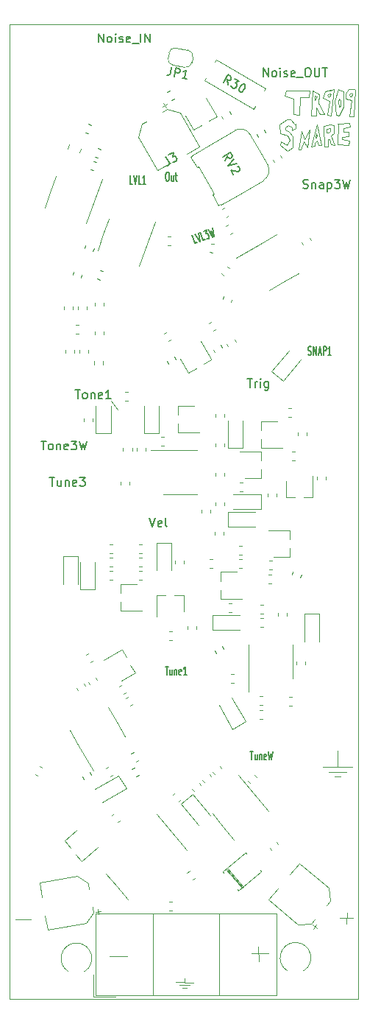
<source format=gbr>
G04 #@! TF.GenerationSoftware,KiCad,Pcbnew,(5.1.2-1)-1*
G04 #@! TF.CreationDate,2022-08-10T14:13:14-04:00*
G04 #@! TF.ProjectId,TR909 Snare Drum,54523930-3920-4536-9e61-726520447275,rev?*
G04 #@! TF.SameCoordinates,Original*
G04 #@! TF.FileFunction,Legend,Top*
G04 #@! TF.FilePolarity,Positive*
%FSLAX46Y46*%
G04 Gerber Fmt 4.6, Leading zero omitted, Abs format (unit mm)*
G04 Created by KiCad (PCBNEW (5.1.2-1)-1) date 2022-08-10 14:13:14*
%MOMM*%
%LPD*%
G04 APERTURE LIST*
%ADD10C,0.120000*%
%ADD11C,0.150000*%
G04 APERTURE END LIST*
D10*
X60010000Y-26550000D02*
X58640000Y-26620000D01*
X60050000Y-26990000D02*
X60010000Y-26550000D01*
X59260000Y-27180000D02*
X60050000Y-26990000D01*
X59260000Y-27550000D02*
X59260000Y-27180000D01*
X59880000Y-27550000D02*
X59260000Y-27550000D01*
X59860000Y-28120000D02*
X59880000Y-27550000D01*
X59130000Y-28150000D02*
X59860000Y-28120000D01*
X59130000Y-28470000D02*
X59130000Y-28150000D01*
X59960000Y-28630000D02*
X59130000Y-28470000D01*
X59890000Y-29080000D02*
X59960000Y-28630000D01*
X58650000Y-29020000D02*
X59890000Y-29080000D01*
X58670000Y-26640000D02*
X58650000Y-29020000D01*
X57770000Y-27150000D02*
X57390000Y-27210000D01*
X57770000Y-27470000D02*
X57770000Y-27150000D01*
X57620000Y-27670000D02*
X57770000Y-27470000D01*
X57380000Y-27690000D02*
X57620000Y-27670000D01*
X57380000Y-27230000D02*
X57380000Y-27690000D01*
X57750000Y-26770000D02*
X57020000Y-26930000D01*
X58190000Y-26790000D02*
X57750000Y-26770000D01*
X58160000Y-27790000D02*
X58190000Y-26790000D01*
X57850000Y-28010000D02*
X58160000Y-27790000D01*
X58300000Y-29080000D02*
X57850000Y-28010000D01*
X57900000Y-29050000D02*
X58300000Y-29080000D01*
X57680000Y-28400000D02*
X57900000Y-29050000D01*
X57530000Y-28400000D02*
X57680000Y-28400000D01*
X57530000Y-29240000D02*
X57530000Y-28400000D01*
X57090000Y-29240000D02*
X57530000Y-29240000D01*
X57000000Y-26940000D02*
X57090000Y-29240000D01*
X56290000Y-28030000D02*
X56190000Y-28300000D01*
X56190000Y-27780000D02*
X56290000Y-28030000D01*
X56100000Y-28300000D02*
X56190000Y-27780000D01*
X55980000Y-29190000D02*
X55540000Y-29320000D01*
X55980000Y-28860000D02*
X55980000Y-29190000D01*
X56270000Y-28590000D02*
X55980000Y-28860000D01*
X56460000Y-29150000D02*
X56270000Y-28590000D01*
X56800000Y-29150000D02*
X56460000Y-29150000D01*
X56240000Y-26710000D02*
X56800000Y-29150000D01*
X55540000Y-29310000D02*
X56240000Y-26710000D01*
X54370000Y-29590000D02*
X54110000Y-29590000D01*
X54690000Y-28710000D02*
X54370000Y-29590000D01*
X55130000Y-29370000D02*
X54690000Y-28710000D01*
X55390000Y-27330000D02*
X55130000Y-29370000D01*
X54850000Y-28400000D02*
X55390000Y-27330000D01*
X54450000Y-27540000D02*
X54850000Y-28400000D01*
X54130000Y-29590000D02*
X54450000Y-27540000D01*
X53830000Y-27130000D02*
X53760000Y-26690000D01*
X53400000Y-27450000D02*
X53830000Y-27130000D01*
X53370000Y-27060000D02*
X53400000Y-27450000D01*
X52910000Y-26860000D02*
X53370000Y-27060000D01*
X52650000Y-27110000D02*
X52910000Y-26860000D01*
X52650000Y-27370000D02*
X52650000Y-27110000D01*
X53060000Y-27570000D02*
X52650000Y-27370000D01*
X53490000Y-28100000D02*
X53060000Y-27570000D01*
X53470000Y-29340000D02*
X53490000Y-28100000D01*
X52860000Y-29830000D02*
X53470000Y-29340000D01*
X52020000Y-29150000D02*
X52860000Y-29830000D01*
X52140000Y-28660000D02*
X52020000Y-29150000D01*
X52750000Y-29140000D02*
X52140000Y-28660000D01*
X53110000Y-28490000D02*
X52750000Y-29140000D01*
X52870000Y-28030000D02*
X53110000Y-28490000D01*
X52020000Y-27740000D02*
X52870000Y-28030000D01*
X51910000Y-26770000D02*
X52020000Y-27740000D01*
X52740000Y-26140000D02*
X51910000Y-26770000D01*
X53230000Y-26140000D02*
X52740000Y-26140000D01*
X53740000Y-26740000D02*
X53230000Y-26140000D01*
X58950000Y-23940000D02*
X58810000Y-23770000D01*
X59000000Y-24620000D02*
X58950000Y-23940000D01*
X58800000Y-24740000D02*
X59000000Y-24620000D01*
X58680000Y-24110000D02*
X58800000Y-24740000D01*
X58780000Y-23750000D02*
X58680000Y-24110000D01*
X57860000Y-23260000D02*
X57690000Y-23170000D01*
X57640000Y-23610000D02*
X57860000Y-23260000D01*
X57440000Y-23330000D02*
X57640000Y-23610000D01*
X57670000Y-23160000D02*
X57440000Y-23330000D01*
X60310000Y-23170000D02*
X60210000Y-23120000D01*
X60190000Y-23560000D02*
X60310000Y-23170000D01*
X60040000Y-23560000D02*
X60190000Y-23560000D01*
X59970000Y-23240000D02*
X60040000Y-23560000D01*
X60190000Y-23070000D02*
X59970000Y-23240000D01*
X60510000Y-25840000D02*
X60650000Y-22750000D01*
X59950000Y-25840000D02*
X60510000Y-25840000D01*
X60260000Y-23950000D02*
X59950000Y-25840000D01*
X59580000Y-23780000D02*
X60260000Y-23950000D01*
X59560000Y-23170000D02*
X59580000Y-23780000D01*
X59930000Y-22700000D02*
X59560000Y-23170000D01*
X60560000Y-22700000D02*
X59930000Y-22700000D01*
X59310000Y-22930000D02*
X58780000Y-22730000D01*
X59310000Y-24740000D02*
X59310000Y-22930000D01*
X58830000Y-25700000D02*
X59310000Y-24740000D01*
X58470000Y-25670000D02*
X58830000Y-25700000D01*
X58320000Y-24040000D02*
X58470000Y-25670000D01*
X58710000Y-22660000D02*
X58320000Y-24040000D01*
X58200000Y-22650000D02*
X57810000Y-22820000D01*
X57880000Y-25690000D02*
X58200000Y-22650000D01*
X57470000Y-25640000D02*
X57880000Y-25690000D01*
X57710000Y-24010000D02*
X57470000Y-25640000D01*
X56910000Y-23700000D02*
X57710000Y-24010000D01*
X57220000Y-22970000D02*
X56910000Y-23700000D01*
X57830000Y-22800000D02*
X57220000Y-22970000D01*
X56040000Y-23430000D02*
X56030000Y-23510000D01*
X56250000Y-23560000D02*
X56040000Y-23430000D01*
X56040000Y-23950000D02*
X56250000Y-23560000D01*
X56040000Y-23530000D02*
X56040000Y-23950000D01*
X56200000Y-25740000D02*
X55630000Y-25700000D01*
X56200000Y-24770000D02*
X56200000Y-25740000D01*
X56590000Y-25520000D02*
X56200000Y-24770000D01*
X57110000Y-25520000D02*
X56590000Y-25520000D01*
X56400000Y-24290000D02*
X57110000Y-25520000D01*
X56540000Y-23290000D02*
X56400000Y-24290000D01*
X55750000Y-22880000D02*
X56540000Y-23290000D01*
X55570000Y-25700000D02*
X55750000Y-22880000D01*
X52510000Y-23480000D02*
X52690000Y-22870000D01*
X53560000Y-23770000D02*
X52510000Y-23480000D01*
X53560000Y-25550000D02*
X53560000Y-23770000D01*
X54260000Y-25600000D02*
X53560000Y-25550000D01*
X54270000Y-23630000D02*
X54260000Y-25600000D01*
X55290000Y-23630000D02*
X54270000Y-23630000D01*
X55400000Y-22850000D02*
X55290000Y-23630000D01*
X52780000Y-22850000D02*
X55400000Y-22850000D01*
D11*
X48555714Y-98762380D02*
X48898571Y-98762380D01*
X48727142Y-99762380D02*
X48727142Y-98762380D01*
X49355714Y-99095714D02*
X49355714Y-99762380D01*
X49098571Y-99095714D02*
X49098571Y-99619523D01*
X49127142Y-99714761D01*
X49184285Y-99762380D01*
X49270000Y-99762380D01*
X49327142Y-99714761D01*
X49355714Y-99667142D01*
X49641428Y-99095714D02*
X49641428Y-99762380D01*
X49641428Y-99190952D02*
X49670000Y-99143333D01*
X49727142Y-99095714D01*
X49812857Y-99095714D01*
X49870000Y-99143333D01*
X49898571Y-99238571D01*
X49898571Y-99762380D01*
X50412857Y-99714761D02*
X50355714Y-99762380D01*
X50241428Y-99762380D01*
X50184285Y-99714761D01*
X50155714Y-99619523D01*
X50155714Y-99238571D01*
X50184285Y-99143333D01*
X50241428Y-99095714D01*
X50355714Y-99095714D01*
X50412857Y-99143333D01*
X50441428Y-99238571D01*
X50441428Y-99333809D01*
X50155714Y-99429047D01*
X50641428Y-98762380D02*
X50784285Y-99762380D01*
X50898571Y-99048095D01*
X51012857Y-99762380D01*
X51155714Y-98762380D01*
X38772857Y-89022380D02*
X39115714Y-89022380D01*
X38944285Y-90022380D02*
X38944285Y-89022380D01*
X39572857Y-89355714D02*
X39572857Y-90022380D01*
X39315714Y-89355714D02*
X39315714Y-89879523D01*
X39344285Y-89974761D01*
X39401428Y-90022380D01*
X39487142Y-90022380D01*
X39544285Y-89974761D01*
X39572857Y-89927142D01*
X39858571Y-89355714D02*
X39858571Y-90022380D01*
X39858571Y-89450952D02*
X39887142Y-89403333D01*
X39944285Y-89355714D01*
X40030000Y-89355714D01*
X40087142Y-89403333D01*
X40115714Y-89498571D01*
X40115714Y-90022380D01*
X40630000Y-89974761D02*
X40572857Y-90022380D01*
X40458571Y-90022380D01*
X40401428Y-89974761D01*
X40372857Y-89879523D01*
X40372857Y-89498571D01*
X40401428Y-89403333D01*
X40458571Y-89355714D01*
X40572857Y-89355714D01*
X40630000Y-89403333D01*
X40658571Y-89498571D01*
X40658571Y-89593809D01*
X40372857Y-89689047D01*
X41230000Y-90022380D02*
X40887142Y-90022380D01*
X41058571Y-90022380D02*
X41058571Y-89022380D01*
X41001428Y-89165238D01*
X40944285Y-89260476D01*
X40887142Y-89308095D01*
X36976190Y-71962380D02*
X37309523Y-72962380D01*
X37642857Y-71962380D01*
X38357142Y-72914761D02*
X38261904Y-72962380D01*
X38071428Y-72962380D01*
X37976190Y-72914761D01*
X37928571Y-72819523D01*
X37928571Y-72438571D01*
X37976190Y-72343333D01*
X38071428Y-72295714D01*
X38261904Y-72295714D01*
X38357142Y-72343333D01*
X38404761Y-72438571D01*
X38404761Y-72533809D01*
X37928571Y-72629047D01*
X38976190Y-72962380D02*
X38880952Y-72914761D01*
X38833333Y-72819523D01*
X38833333Y-71962380D01*
D10*
X32580000Y-58530000D02*
X33290000Y-59480000D01*
D11*
X28414761Y-57242380D02*
X28986190Y-57242380D01*
X28700476Y-58242380D02*
X28700476Y-57242380D01*
X29462380Y-58242380D02*
X29367142Y-58194761D01*
X29319523Y-58147142D01*
X29271904Y-58051904D01*
X29271904Y-57766190D01*
X29319523Y-57670952D01*
X29367142Y-57623333D01*
X29462380Y-57575714D01*
X29605238Y-57575714D01*
X29700476Y-57623333D01*
X29748095Y-57670952D01*
X29795714Y-57766190D01*
X29795714Y-58051904D01*
X29748095Y-58147142D01*
X29700476Y-58194761D01*
X29605238Y-58242380D01*
X29462380Y-58242380D01*
X30224285Y-57575714D02*
X30224285Y-58242380D01*
X30224285Y-57670952D02*
X30271904Y-57623333D01*
X30367142Y-57575714D01*
X30510000Y-57575714D01*
X30605238Y-57623333D01*
X30652857Y-57718571D01*
X30652857Y-58242380D01*
X31510000Y-58194761D02*
X31414761Y-58242380D01*
X31224285Y-58242380D01*
X31129047Y-58194761D01*
X31081428Y-58099523D01*
X31081428Y-57718571D01*
X31129047Y-57623333D01*
X31224285Y-57575714D01*
X31414761Y-57575714D01*
X31510000Y-57623333D01*
X31557619Y-57718571D01*
X31557619Y-57813809D01*
X31081428Y-57909047D01*
X32510000Y-58242380D02*
X31938571Y-58242380D01*
X32224285Y-58242380D02*
X32224285Y-57242380D01*
X32129047Y-57385238D01*
X32033809Y-57480476D01*
X31938571Y-57528095D01*
X25454761Y-67292380D02*
X26026190Y-67292380D01*
X25740476Y-68292380D02*
X25740476Y-67292380D01*
X26788095Y-67625714D02*
X26788095Y-68292380D01*
X26359523Y-67625714D02*
X26359523Y-68149523D01*
X26407142Y-68244761D01*
X26502380Y-68292380D01*
X26645238Y-68292380D01*
X26740476Y-68244761D01*
X26788095Y-68197142D01*
X27264285Y-67625714D02*
X27264285Y-68292380D01*
X27264285Y-67720952D02*
X27311904Y-67673333D01*
X27407142Y-67625714D01*
X27550000Y-67625714D01*
X27645238Y-67673333D01*
X27692857Y-67768571D01*
X27692857Y-68292380D01*
X28550000Y-68244761D02*
X28454761Y-68292380D01*
X28264285Y-68292380D01*
X28169047Y-68244761D01*
X28121428Y-68149523D01*
X28121428Y-67768571D01*
X28169047Y-67673333D01*
X28264285Y-67625714D01*
X28454761Y-67625714D01*
X28550000Y-67673333D01*
X28597619Y-67768571D01*
X28597619Y-67863809D01*
X28121428Y-67959047D01*
X28930952Y-67292380D02*
X29550000Y-67292380D01*
X29216666Y-67673333D01*
X29359523Y-67673333D01*
X29454761Y-67720952D01*
X29502380Y-67768571D01*
X29550000Y-67863809D01*
X29550000Y-68101904D01*
X29502380Y-68197142D01*
X29454761Y-68244761D01*
X29359523Y-68292380D01*
X29073809Y-68292380D01*
X28978571Y-68244761D01*
X28930952Y-68197142D01*
X24483333Y-63112380D02*
X25054761Y-63112380D01*
X24769047Y-64112380D02*
X24769047Y-63112380D01*
X25530952Y-64112380D02*
X25435714Y-64064761D01*
X25388095Y-64017142D01*
X25340476Y-63921904D01*
X25340476Y-63636190D01*
X25388095Y-63540952D01*
X25435714Y-63493333D01*
X25530952Y-63445714D01*
X25673809Y-63445714D01*
X25769047Y-63493333D01*
X25816666Y-63540952D01*
X25864285Y-63636190D01*
X25864285Y-63921904D01*
X25816666Y-64017142D01*
X25769047Y-64064761D01*
X25673809Y-64112380D01*
X25530952Y-64112380D01*
X26292857Y-63445714D02*
X26292857Y-64112380D01*
X26292857Y-63540952D02*
X26340476Y-63493333D01*
X26435714Y-63445714D01*
X26578571Y-63445714D01*
X26673809Y-63493333D01*
X26721428Y-63588571D01*
X26721428Y-64112380D01*
X27578571Y-64064761D02*
X27483333Y-64112380D01*
X27292857Y-64112380D01*
X27197619Y-64064761D01*
X27150000Y-63969523D01*
X27150000Y-63588571D01*
X27197619Y-63493333D01*
X27292857Y-63445714D01*
X27483333Y-63445714D01*
X27578571Y-63493333D01*
X27626190Y-63588571D01*
X27626190Y-63683809D01*
X27150000Y-63779047D01*
X27959523Y-63112380D02*
X28578571Y-63112380D01*
X28245238Y-63493333D01*
X28388095Y-63493333D01*
X28483333Y-63540952D01*
X28530952Y-63588571D01*
X28578571Y-63683809D01*
X28578571Y-63921904D01*
X28530952Y-64017142D01*
X28483333Y-64064761D01*
X28388095Y-64112380D01*
X28102380Y-64112380D01*
X28007142Y-64064761D01*
X27959523Y-64017142D01*
X28911904Y-63112380D02*
X29150000Y-64112380D01*
X29340476Y-63398095D01*
X29530952Y-64112380D01*
X29769047Y-63112380D01*
X48224285Y-55942380D02*
X48795714Y-55942380D01*
X48510000Y-56942380D02*
X48510000Y-55942380D01*
X49129047Y-56942380D02*
X49129047Y-56275714D01*
X49129047Y-56466190D02*
X49176666Y-56370952D01*
X49224285Y-56323333D01*
X49319523Y-56275714D01*
X49414761Y-56275714D01*
X49748095Y-56942380D02*
X49748095Y-56275714D01*
X49748095Y-55942380D02*
X49700476Y-55990000D01*
X49748095Y-56037619D01*
X49795714Y-55990000D01*
X49748095Y-55942380D01*
X49748095Y-56037619D01*
X50652857Y-56275714D02*
X50652857Y-57085238D01*
X50605238Y-57180476D01*
X50557619Y-57228095D01*
X50462380Y-57275714D01*
X50319523Y-57275714D01*
X50224285Y-57228095D01*
X50652857Y-56894761D02*
X50557619Y-56942380D01*
X50367142Y-56942380D01*
X50271904Y-56894761D01*
X50224285Y-56847142D01*
X50176666Y-56751904D01*
X50176666Y-56466190D01*
X50224285Y-56370952D01*
X50271904Y-56323333D01*
X50367142Y-56275714D01*
X50557619Y-56275714D01*
X50652857Y-56323333D01*
X55241428Y-53184761D02*
X55327142Y-53232380D01*
X55470000Y-53232380D01*
X55527142Y-53184761D01*
X55555714Y-53137142D01*
X55584285Y-53041904D01*
X55584285Y-52946666D01*
X55555714Y-52851428D01*
X55527142Y-52803809D01*
X55470000Y-52756190D01*
X55355714Y-52708571D01*
X55298571Y-52660952D01*
X55270000Y-52613333D01*
X55241428Y-52518095D01*
X55241428Y-52422857D01*
X55270000Y-52327619D01*
X55298571Y-52280000D01*
X55355714Y-52232380D01*
X55498571Y-52232380D01*
X55584285Y-52280000D01*
X55841428Y-53232380D02*
X55841428Y-52232380D01*
X56184285Y-53232380D01*
X56184285Y-52232380D01*
X56441428Y-52946666D02*
X56727142Y-52946666D01*
X56384285Y-53232380D02*
X56584285Y-52232380D01*
X56784285Y-53232380D01*
X56984285Y-53232380D02*
X56984285Y-52232380D01*
X57212857Y-52232380D01*
X57270000Y-52280000D01*
X57298571Y-52327619D01*
X57327142Y-52422857D01*
X57327142Y-52565714D01*
X57298571Y-52660952D01*
X57270000Y-52708571D01*
X57212857Y-52756190D01*
X56984285Y-52756190D01*
X57898571Y-53232380D02*
X57555714Y-53232380D01*
X57727142Y-53232380D02*
X57727142Y-52232380D01*
X57670000Y-52375238D01*
X57612857Y-52470476D01*
X57555714Y-52518095D01*
X35020000Y-33572380D02*
X34734285Y-33572380D01*
X34734285Y-32572380D01*
X35134285Y-32572380D02*
X35334285Y-33572380D01*
X35534285Y-32572380D01*
X36020000Y-33572380D02*
X35734285Y-33572380D01*
X35734285Y-32572380D01*
X36534285Y-33572380D02*
X36191428Y-33572380D01*
X36362857Y-33572380D02*
X36362857Y-32572380D01*
X36305714Y-32715238D01*
X36248571Y-32810476D01*
X36191428Y-32858095D01*
X42468727Y-40307575D02*
X42200243Y-40405295D01*
X41858223Y-39465602D01*
X42234100Y-39328794D02*
X42764059Y-40200083D01*
X42609977Y-39191986D01*
X43408420Y-39965555D02*
X43139936Y-40063275D01*
X42797916Y-39123582D01*
X43200641Y-38977002D02*
X43549670Y-38849966D01*
X43492025Y-39276348D01*
X43572570Y-39247032D01*
X43642553Y-39272235D01*
X43685688Y-39307211D01*
X43745110Y-39386933D01*
X43826543Y-39610669D01*
X43832268Y-39709936D01*
X43821707Y-39764455D01*
X43784297Y-39828746D01*
X43623207Y-39887379D01*
X43553223Y-39862175D01*
X43510088Y-39827200D01*
X43737608Y-38781562D02*
X44213870Y-39672394D01*
X44076964Y-38962097D01*
X44428657Y-39594218D01*
X44220879Y-38605666D01*
X38970000Y-32222380D02*
X39084285Y-32222380D01*
X39141428Y-32270000D01*
X39198571Y-32365238D01*
X39227142Y-32555714D01*
X39227142Y-32889047D01*
X39198571Y-33079523D01*
X39141428Y-33174761D01*
X39084285Y-33222380D01*
X38970000Y-33222380D01*
X38912857Y-33174761D01*
X38855714Y-33079523D01*
X38827142Y-32889047D01*
X38827142Y-32555714D01*
X38855714Y-32365238D01*
X38912857Y-32270000D01*
X38970000Y-32222380D01*
X39741428Y-32555714D02*
X39741428Y-33222380D01*
X39484285Y-32555714D02*
X39484285Y-33079523D01*
X39512857Y-33174761D01*
X39570000Y-33222380D01*
X39655714Y-33222380D01*
X39712857Y-33174761D01*
X39741428Y-33127142D01*
X39941428Y-32555714D02*
X40170000Y-32555714D01*
X40027142Y-32222380D02*
X40027142Y-33079523D01*
X40055714Y-33174761D01*
X40112857Y-33222380D01*
X40170000Y-33222380D01*
X54659523Y-34034761D02*
X54802380Y-34082380D01*
X55040476Y-34082380D01*
X55135714Y-34034761D01*
X55183333Y-33987142D01*
X55230952Y-33891904D01*
X55230952Y-33796666D01*
X55183333Y-33701428D01*
X55135714Y-33653809D01*
X55040476Y-33606190D01*
X54850000Y-33558571D01*
X54754761Y-33510952D01*
X54707142Y-33463333D01*
X54659523Y-33368095D01*
X54659523Y-33272857D01*
X54707142Y-33177619D01*
X54754761Y-33130000D01*
X54850000Y-33082380D01*
X55088095Y-33082380D01*
X55230952Y-33130000D01*
X55659523Y-33415714D02*
X55659523Y-34082380D01*
X55659523Y-33510952D02*
X55707142Y-33463333D01*
X55802380Y-33415714D01*
X55945238Y-33415714D01*
X56040476Y-33463333D01*
X56088095Y-33558571D01*
X56088095Y-34082380D01*
X56992857Y-34082380D02*
X56992857Y-33558571D01*
X56945238Y-33463333D01*
X56850000Y-33415714D01*
X56659523Y-33415714D01*
X56564285Y-33463333D01*
X56992857Y-34034761D02*
X56897619Y-34082380D01*
X56659523Y-34082380D01*
X56564285Y-34034761D01*
X56516666Y-33939523D01*
X56516666Y-33844285D01*
X56564285Y-33749047D01*
X56659523Y-33701428D01*
X56897619Y-33701428D01*
X56992857Y-33653809D01*
X57469047Y-33415714D02*
X57469047Y-34415714D01*
X57469047Y-33463333D02*
X57564285Y-33415714D01*
X57754761Y-33415714D01*
X57850000Y-33463333D01*
X57897619Y-33510952D01*
X57945238Y-33606190D01*
X57945238Y-33891904D01*
X57897619Y-33987142D01*
X57850000Y-34034761D01*
X57754761Y-34082380D01*
X57564285Y-34082380D01*
X57469047Y-34034761D01*
X58278571Y-33082380D02*
X58897619Y-33082380D01*
X58564285Y-33463333D01*
X58707142Y-33463333D01*
X58802380Y-33510952D01*
X58850000Y-33558571D01*
X58897619Y-33653809D01*
X58897619Y-33891904D01*
X58850000Y-33987142D01*
X58802380Y-34034761D01*
X58707142Y-34082380D01*
X58421428Y-34082380D01*
X58326190Y-34034761D01*
X58278571Y-33987142D01*
X59230952Y-33082380D02*
X59469047Y-34082380D01*
X59659523Y-33368095D01*
X59850000Y-34082380D01*
X60088095Y-33082380D01*
X31107619Y-17292380D02*
X31107619Y-16292380D01*
X31679047Y-17292380D01*
X31679047Y-16292380D01*
X32298095Y-17292380D02*
X32202857Y-17244761D01*
X32155238Y-17197142D01*
X32107619Y-17101904D01*
X32107619Y-16816190D01*
X32155238Y-16720952D01*
X32202857Y-16673333D01*
X32298095Y-16625714D01*
X32440952Y-16625714D01*
X32536190Y-16673333D01*
X32583809Y-16720952D01*
X32631428Y-16816190D01*
X32631428Y-17101904D01*
X32583809Y-17197142D01*
X32536190Y-17244761D01*
X32440952Y-17292380D01*
X32298095Y-17292380D01*
X33060000Y-17292380D02*
X33060000Y-16625714D01*
X33060000Y-16292380D02*
X33012380Y-16340000D01*
X33060000Y-16387619D01*
X33107619Y-16340000D01*
X33060000Y-16292380D01*
X33060000Y-16387619D01*
X33488571Y-17244761D02*
X33583809Y-17292380D01*
X33774285Y-17292380D01*
X33869523Y-17244761D01*
X33917142Y-17149523D01*
X33917142Y-17101904D01*
X33869523Y-17006666D01*
X33774285Y-16959047D01*
X33631428Y-16959047D01*
X33536190Y-16911428D01*
X33488571Y-16816190D01*
X33488571Y-16768571D01*
X33536190Y-16673333D01*
X33631428Y-16625714D01*
X33774285Y-16625714D01*
X33869523Y-16673333D01*
X34726666Y-17244761D02*
X34631428Y-17292380D01*
X34440952Y-17292380D01*
X34345714Y-17244761D01*
X34298095Y-17149523D01*
X34298095Y-16768571D01*
X34345714Y-16673333D01*
X34440952Y-16625714D01*
X34631428Y-16625714D01*
X34726666Y-16673333D01*
X34774285Y-16768571D01*
X34774285Y-16863809D01*
X34298095Y-16959047D01*
X34964761Y-17387619D02*
X35726666Y-17387619D01*
X35964761Y-17292380D02*
X35964761Y-16292380D01*
X36440952Y-17292380D02*
X36440952Y-16292380D01*
X37012380Y-17292380D01*
X37012380Y-16292380D01*
X50060952Y-21242380D02*
X50060952Y-20242380D01*
X50632380Y-21242380D01*
X50632380Y-20242380D01*
X51251428Y-21242380D02*
X51156190Y-21194761D01*
X51108571Y-21147142D01*
X51060952Y-21051904D01*
X51060952Y-20766190D01*
X51108571Y-20670952D01*
X51156190Y-20623333D01*
X51251428Y-20575714D01*
X51394285Y-20575714D01*
X51489523Y-20623333D01*
X51537142Y-20670952D01*
X51584761Y-20766190D01*
X51584761Y-21051904D01*
X51537142Y-21147142D01*
X51489523Y-21194761D01*
X51394285Y-21242380D01*
X51251428Y-21242380D01*
X52013333Y-21242380D02*
X52013333Y-20575714D01*
X52013333Y-20242380D02*
X51965714Y-20290000D01*
X52013333Y-20337619D01*
X52060952Y-20290000D01*
X52013333Y-20242380D01*
X52013333Y-20337619D01*
X52441904Y-21194761D02*
X52537142Y-21242380D01*
X52727619Y-21242380D01*
X52822857Y-21194761D01*
X52870476Y-21099523D01*
X52870476Y-21051904D01*
X52822857Y-20956666D01*
X52727619Y-20909047D01*
X52584761Y-20909047D01*
X52489523Y-20861428D01*
X52441904Y-20766190D01*
X52441904Y-20718571D01*
X52489523Y-20623333D01*
X52584761Y-20575714D01*
X52727619Y-20575714D01*
X52822857Y-20623333D01*
X53680000Y-21194761D02*
X53584761Y-21242380D01*
X53394285Y-21242380D01*
X53299047Y-21194761D01*
X53251428Y-21099523D01*
X53251428Y-20718571D01*
X53299047Y-20623333D01*
X53394285Y-20575714D01*
X53584761Y-20575714D01*
X53680000Y-20623333D01*
X53727619Y-20718571D01*
X53727619Y-20813809D01*
X53251428Y-20909047D01*
X53918095Y-21337619D02*
X54680000Y-21337619D01*
X55108571Y-20242380D02*
X55299047Y-20242380D01*
X55394285Y-20290000D01*
X55489523Y-20385238D01*
X55537142Y-20575714D01*
X55537142Y-20909047D01*
X55489523Y-21099523D01*
X55394285Y-21194761D01*
X55299047Y-21242380D01*
X55108571Y-21242380D01*
X55013333Y-21194761D01*
X54918095Y-21099523D01*
X54870476Y-20909047D01*
X54870476Y-20575714D01*
X54918095Y-20385238D01*
X55013333Y-20290000D01*
X55108571Y-20242380D01*
X55965714Y-20242380D02*
X55965714Y-21051904D01*
X56013333Y-21147142D01*
X56060952Y-21194761D01*
X56156190Y-21242380D01*
X56346666Y-21242380D01*
X56441904Y-21194761D01*
X56489523Y-21147142D01*
X56537142Y-21051904D01*
X56537142Y-20242380D01*
X56870476Y-20242380D02*
X57441904Y-20242380D01*
X57156190Y-21242380D02*
X57156190Y-20242380D01*
D10*
X59700000Y-117340000D02*
X59680000Y-118610000D01*
X58850000Y-117900000D02*
X60420000Y-117900000D01*
X21550000Y-118070000D02*
X23320000Y-118100000D01*
X32340000Y-122370000D02*
X34380000Y-122370000D01*
X49510000Y-121270000D02*
X49530000Y-122960000D01*
X48740000Y-121980000D02*
X50630000Y-121980000D01*
X40790000Y-125940000D02*
X41260000Y-125960000D01*
X41600000Y-125630000D02*
X40400000Y-125630000D01*
X39980000Y-125330000D02*
X42030000Y-125350000D01*
X41030000Y-125330000D02*
X39980000Y-125330000D01*
X41030000Y-124900000D02*
X41030000Y-125330000D01*
X37400000Y-117440000D02*
X37380000Y-126770000D01*
X44990000Y-117440000D02*
X45010000Y-126750000D01*
X58980000Y-101690000D02*
X58320000Y-101690000D01*
X59650000Y-101170000D02*
X57630000Y-101170000D01*
X56970000Y-100610000D02*
X60280000Y-100610000D01*
X58650000Y-100610000D02*
X56970000Y-100610000D01*
X58650000Y-98710000D02*
X58650000Y-100610000D01*
X20828000Y-127254000D02*
X20828000Y-15240000D01*
X60960000Y-127254000D02*
X20828000Y-127254000D01*
X60960000Y-15240000D02*
X60960000Y-127254000D01*
X20828000Y-15240000D02*
X60960000Y-15240000D01*
X41045717Y-20156361D02*
X39666986Y-19913254D01*
X39099175Y-19102335D02*
X39203364Y-18511450D01*
X40014283Y-17943639D02*
X41393014Y-18186746D01*
X41960825Y-18997665D02*
X41856636Y-19588550D01*
X41856636Y-19588550D02*
G75*
G02X41045717Y-20156361I-689365J121554D01*
G01*
X41393014Y-18186746D02*
G75*
G02X41960825Y-18997665I-121554J-689365D01*
G01*
X39203364Y-18511450D02*
G75*
G02X40014283Y-17943639I689365J-121554D01*
G01*
X39666986Y-19913254D02*
G75*
G02X39099175Y-19102335I121554J689365D01*
G01*
X45836678Y-37367306D02*
X46133322Y-37196039D01*
X45326678Y-36483961D02*
X45623322Y-36312694D01*
X30510000Y-127025000D02*
X30510000Y-124485000D01*
X30510000Y-127025000D02*
X33050000Y-127025000D01*
X30760000Y-126775000D02*
X30760000Y-117425000D01*
X51620000Y-126775000D02*
X30760000Y-126775000D01*
X51620000Y-117425000D02*
X51620000Y-126775000D01*
X30760000Y-117425000D02*
X51620000Y-117425000D01*
X27640000Y-124092118D02*
G75*
G02X29480000Y-124092118I920000J1512118D01*
G01*
X52860000Y-124022118D02*
G75*
G02X54700000Y-124022118I920000J1512118D01*
G01*
X48956460Y-24926455D02*
X49121460Y-24640666D01*
X43292654Y-21656455D02*
X48956460Y-24926455D01*
X43457654Y-21370666D02*
X43292654Y-21656455D01*
X50326460Y-22553545D02*
X50161460Y-22839334D01*
X44662654Y-19283545D02*
X50326460Y-22553545D01*
X44497654Y-19569334D02*
X44662654Y-19283545D01*
X28917256Y-29988639D02*
X29095963Y-29497646D01*
X27582893Y-29502970D02*
X27761600Y-29011977D01*
X40542000Y-64160000D02*
X37092000Y-64160000D01*
X40542000Y-64160000D02*
X42492000Y-64160000D01*
X40542000Y-69280000D02*
X38592000Y-69280000D01*
X40542000Y-69280000D02*
X42492000Y-69280000D01*
X49374666Y-104139405D02*
X47157049Y-101496551D01*
X49374666Y-104139405D02*
X50628102Y-105633191D01*
X45452518Y-107430477D02*
X44199082Y-105936691D01*
X45452518Y-107430477D02*
X46705954Y-108924264D01*
X28760914Y-97997328D02*
X30485914Y-100985116D01*
X28760914Y-97997328D02*
X27785914Y-96308578D01*
X33194964Y-95437328D02*
X34169964Y-97126078D01*
X33194964Y-95437328D02*
X32219964Y-93748578D01*
X36461795Y-41129657D02*
X37641765Y-37887717D01*
X36461795Y-41129657D02*
X35794856Y-42962057D01*
X31650569Y-39378513D02*
X32317508Y-37546113D01*
X31650569Y-39378513D02*
X30983630Y-41210914D01*
X48350002Y-88490000D02*
X48350002Y-91940000D01*
X48350002Y-88490000D02*
X48350002Y-86540000D01*
X53470002Y-88490000D02*
X53470002Y-90440000D01*
X53470002Y-88490000D02*
X53470002Y-86540000D01*
X49920000Y-40342975D02*
X46932212Y-42067975D01*
X49920000Y-40342975D02*
X51608750Y-39367975D01*
X52480000Y-44777025D02*
X50791250Y-45752025D01*
X52480000Y-44777025D02*
X54168750Y-43802025D01*
X40020435Y-108620522D02*
X37802818Y-105977669D01*
X40020435Y-108620522D02*
X41273871Y-110114309D01*
X33225621Y-114322048D02*
X31972185Y-112828261D01*
X33225621Y-114322048D02*
X34479057Y-115815835D01*
X30369096Y-36262294D02*
X31549066Y-33020354D01*
X30369096Y-36262294D02*
X29702157Y-38094694D01*
X25557870Y-34511150D02*
X26224809Y-32678750D01*
X25557870Y-34511150D02*
X24890931Y-36343551D01*
X49306608Y-29188264D02*
X49816608Y-30071609D01*
X45353616Y-35881481D02*
X47016384Y-34921481D01*
X42424667Y-29928392D02*
X43325333Y-29408392D01*
X44913904Y-36019878D02*
X44203904Y-34790122D01*
X44377109Y-34690122D02*
X42587109Y-31589751D01*
X42587109Y-31589751D02*
X42413904Y-31689751D01*
X42413904Y-31689751D02*
X41703904Y-30459995D01*
X41703904Y-30459995D02*
X41877109Y-30359995D01*
X49816608Y-30071609D02*
X50561608Y-31361987D01*
X50082114Y-33151481D02*
X47016384Y-34921481D01*
X43325333Y-29408392D02*
X46772114Y-27418392D01*
X48561608Y-27897886D02*
X49306608Y-29188264D01*
X50561608Y-31361987D02*
G75*
G02X50082114Y-33151481I-1134494J-655000D01*
G01*
X46772114Y-27418392D02*
G75*
G02X48561608Y-27897886I655000J-1134494D01*
G01*
X44377109Y-34690122D02*
X44203904Y-34790122D01*
X44913904Y-36019878D02*
X45087109Y-35919878D01*
X45087109Y-35919878D02*
X45137109Y-36006481D01*
X45137109Y-36006481D02*
X45353616Y-35881481D01*
X41877109Y-30359995D02*
X41827109Y-30273392D01*
X41827109Y-30273392D02*
X42424667Y-29928392D01*
X51041267Y-78460000D02*
X50698733Y-78460000D01*
X51041267Y-79480000D02*
X50698733Y-79480000D01*
X50708733Y-77900000D02*
X51051267Y-77900000D01*
X50708733Y-76880000D02*
X51051267Y-76880000D01*
X47631267Y-76710000D02*
X47288733Y-76710000D01*
X47631267Y-77730000D02*
X47288733Y-77730000D01*
X47298733Y-76160000D02*
X47641267Y-76160000D01*
X47298733Y-75140000D02*
X47641267Y-75140000D01*
X44261267Y-76700000D02*
X43918733Y-76700000D01*
X44261267Y-77720000D02*
X43918733Y-77720000D01*
X46451267Y-81740000D02*
X46108733Y-81740000D01*
X46451267Y-82760000D02*
X46108733Y-82760000D01*
X50041266Y-81930001D02*
X49698732Y-81930001D01*
X50041266Y-82950001D02*
X49698732Y-82950001D01*
X41310000Y-84428733D02*
X41310000Y-84771267D01*
X42330000Y-84428733D02*
X42330000Y-84771267D01*
X39551267Y-85020000D02*
X39208733Y-85020000D01*
X39551267Y-86040000D02*
X39208733Y-86040000D01*
X36091267Y-78060000D02*
X35748733Y-78060000D01*
X36091267Y-79080000D02*
X35748733Y-79080000D01*
X35738733Y-77530000D02*
X36081267Y-77530000D01*
X35738733Y-76510000D02*
X36081267Y-76510000D01*
X32721267Y-78050000D02*
X32378733Y-78050000D01*
X32721267Y-79070000D02*
X32378733Y-79070000D01*
X32348733Y-77510000D02*
X32691267Y-77510000D01*
X32348733Y-76490000D02*
X32691267Y-76490000D01*
X49275194Y-27848906D02*
X49446461Y-28145550D01*
X50158539Y-27338906D02*
X50329806Y-27635550D01*
X32711267Y-74960000D02*
X32368733Y-74960000D01*
X32711267Y-75980000D02*
X32368733Y-75980000D01*
X38942694Y-53926678D02*
X39113961Y-54223322D01*
X39826039Y-53416678D02*
X39997306Y-53713322D01*
X50041266Y-83470000D02*
X49698732Y-83470000D01*
X50041266Y-84490000D02*
X49698732Y-84490000D01*
X38913322Y-50612694D02*
X38616678Y-50783961D01*
X39423322Y-51496039D02*
X39126678Y-51667306D01*
X54920000Y-88781267D02*
X54920000Y-88438733D01*
X53900000Y-88781267D02*
X53900000Y-88438733D01*
X32923376Y-105929229D02*
X32660980Y-106149406D01*
X33579020Y-106710594D02*
X33316624Y-106930771D01*
X34507729Y-92508568D02*
X34211085Y-92679835D01*
X35017729Y-93391913D02*
X34721085Y-93563180D01*
X46917306Y-51723322D02*
X46746039Y-51426678D01*
X46033961Y-52233322D02*
X45862694Y-51936678D01*
X44296678Y-50467306D02*
X44593322Y-50296039D01*
X43786678Y-49583961D02*
X44083322Y-49412694D01*
X46651266Y-89930000D02*
X46308732Y-89930000D01*
X46651266Y-90950000D02*
X46308732Y-90950000D01*
X46350666Y-47175369D02*
X46467820Y-46853492D01*
X45392180Y-46826508D02*
X45509334Y-46504631D01*
X50021267Y-92470000D02*
X49678733Y-92470000D01*
X50021267Y-93490000D02*
X49678733Y-93490000D01*
X45270691Y-43848156D02*
X45533087Y-44068333D01*
X45926335Y-43066791D02*
X46188731Y-43286968D01*
X46256678Y-39337306D02*
X46553322Y-39166039D01*
X45746678Y-38453961D02*
X46043322Y-38282694D01*
X53058733Y-93510001D02*
X53401267Y-93510001D01*
X53058733Y-92490001D02*
X53401267Y-92490001D01*
X49668733Y-95070000D02*
X50011267Y-95070000D01*
X49668733Y-94050000D02*
X50011267Y-94050000D01*
X30161689Y-88586072D02*
X30458333Y-88414805D01*
X29651689Y-87702727D02*
X29948333Y-87531460D01*
X30630000Y-53958733D02*
X30630000Y-54301267D01*
X31650000Y-53958733D02*
X31650000Y-54301267D01*
X30660000Y-50558733D02*
X30660000Y-50901267D01*
X31680000Y-50558733D02*
X31680000Y-50901267D01*
X24603322Y-100683961D02*
X24306678Y-100512694D01*
X24093322Y-101567306D02*
X23796678Y-101396039D01*
X30977453Y-90616482D02*
X30806186Y-90319838D01*
X30094108Y-91126482D02*
X29922841Y-90829838D01*
X29077901Y-44370958D02*
X29195055Y-44049081D01*
X28119415Y-44022097D02*
X28236569Y-43700220D01*
X33737729Y-91174884D02*
X33441085Y-91346151D01*
X34247729Y-92058229D02*
X33951085Y-92229496D01*
X34168733Y-58490000D02*
X34511267Y-58490000D01*
X34168733Y-57470000D02*
X34511267Y-57470000D01*
X29730000Y-47981267D02*
X29730000Y-47638733D01*
X28710000Y-47981267D02*
X28710000Y-47638733D01*
X29900000Y-52981267D02*
X29900000Y-52638733D01*
X28880000Y-52981267D02*
X28880000Y-52638733D01*
X30267997Y-101487671D02*
X30096730Y-101191027D01*
X29384652Y-101997671D02*
X29213385Y-101701027D01*
X28280000Y-52981267D02*
X28280000Y-52638733D01*
X27260000Y-52981267D02*
X27260000Y-52638733D01*
X28170000Y-47971267D02*
X28170000Y-47628733D01*
X27150000Y-47971267D02*
X27150000Y-47628733D01*
X32242915Y-100605799D02*
X31946271Y-100777066D01*
X32752915Y-101489144D02*
X32456271Y-101660411D01*
X34960000Y-64261267D02*
X34960000Y-63918733D01*
X33940000Y-64261267D02*
X33940000Y-63918733D01*
X45282694Y-25766678D02*
X45453961Y-26063322D01*
X46166039Y-25256678D02*
X46337306Y-25553322D01*
X35383437Y-99970411D02*
X35680081Y-99799144D01*
X34873437Y-99087066D02*
X35170081Y-98915799D01*
X35438297Y-101705427D02*
X35734941Y-101534160D01*
X34928297Y-100822082D02*
X35224941Y-100650815D01*
X35470000Y-63898733D02*
X35470000Y-64241267D01*
X36490000Y-63898733D02*
X36490000Y-64241267D01*
X45560000Y-60331267D02*
X45560000Y-59988733D01*
X44540000Y-60331267D02*
X44540000Y-59988733D01*
X50802998Y-109870951D02*
X51023175Y-110133347D01*
X51584363Y-109215307D02*
X51804540Y-109477703D01*
X39569036Y-116029268D02*
X39226502Y-116029268D01*
X39569036Y-117049268D02*
X39226502Y-117049268D01*
X41963733Y-113548625D02*
X42226129Y-113328448D01*
X41308089Y-112767260D02*
X41570485Y-112547083D01*
X48312099Y-102157455D02*
X48532276Y-102419851D01*
X49093464Y-101501811D02*
X49313641Y-101764207D01*
X30825483Y-31064949D02*
X30503606Y-30947795D01*
X30476622Y-32023435D02*
X30154745Y-31906281D01*
X38283732Y-63659999D02*
X38626266Y-63659999D01*
X38283732Y-62639999D02*
X38626266Y-62639999D01*
X47701267Y-67850000D02*
X47358733Y-67850000D01*
X47701267Y-68870000D02*
X47358733Y-68870000D01*
X44542000Y-66758733D02*
X44542000Y-67101267D01*
X45562000Y-66758733D02*
X45562000Y-67101267D01*
X30707091Y-30447200D02*
X31028968Y-30564354D01*
X31055952Y-29488714D02*
X31377829Y-29605868D01*
X39526678Y-23927306D02*
X39823322Y-23756039D01*
X39016678Y-23043961D02*
X39313322Y-22872694D01*
X44086967Y-101711522D02*
X43866790Y-101449126D01*
X43305602Y-102367166D02*
X43085425Y-102104770D01*
X56240000Y-67168733D02*
X56240000Y-67511267D01*
X57260000Y-67168733D02*
X57260000Y-67511267D01*
X44542000Y-70138733D02*
X44542000Y-70481267D01*
X45562000Y-70138733D02*
X45562000Y-70481267D01*
X30249196Y-26800680D02*
X29927319Y-26683526D01*
X29900335Y-27759166D02*
X29578458Y-27642012D01*
X42900830Y-102693755D02*
X42680653Y-102431359D01*
X42119465Y-103349399D02*
X41899288Y-103087003D01*
X44257473Y-101121305D02*
X44477650Y-101383701D01*
X45038838Y-100465661D02*
X45259015Y-100728057D01*
X53398733Y-65390000D02*
X53741267Y-65390000D01*
X53398733Y-64370000D02*
X53741267Y-64370000D01*
X50550000Y-69138733D02*
X50550000Y-69481267D01*
X51570000Y-69138733D02*
X51570000Y-69481267D01*
X55089999Y-62486267D02*
X55089999Y-62143733D01*
X54069999Y-62486267D02*
X54069999Y-62143733D01*
X53331267Y-59350000D02*
X52988733Y-59350000D01*
X53331267Y-60370000D02*
X52988733Y-60370000D01*
X33610000Y-67768733D02*
X33610000Y-68111267D01*
X34630000Y-67768733D02*
X34630000Y-68111267D01*
X45504857Y-87010117D02*
X45333590Y-86713473D01*
X44621512Y-87520117D02*
X44450245Y-87223473D01*
X53080000Y-73380000D02*
X50650000Y-73380000D01*
X53100000Y-73390000D02*
X53100000Y-74390000D01*
X53100000Y-76440000D02*
X51250000Y-76440000D01*
X53100000Y-75390000D02*
X53100000Y-76440000D01*
X45200000Y-81230000D02*
X47630000Y-81230000D01*
X45180000Y-81220000D02*
X45180000Y-80220000D01*
X45180000Y-78170000D02*
X47030000Y-78170000D01*
X45180000Y-79220000D02*
X45180000Y-78170000D01*
X37830000Y-80850000D02*
X37830000Y-83280000D01*
X37840000Y-80830000D02*
X38840000Y-80830000D01*
X40890000Y-80830000D02*
X40890000Y-82680000D01*
X39840000Y-80830000D02*
X40890000Y-80830000D01*
X33680000Y-82600000D02*
X36110000Y-82600000D01*
X33660000Y-82590000D02*
X33660000Y-81590000D01*
X33660000Y-79540000D02*
X35510000Y-79540000D01*
X33660000Y-80590000D02*
X33660000Y-79540000D01*
X29168900Y-111381429D02*
X31030388Y-109819455D01*
X29147151Y-111386624D02*
X28504364Y-110620579D01*
X27186649Y-109050188D02*
X28603831Y-107861031D01*
X27861576Y-109854535D02*
X27186649Y-109050188D01*
X44092698Y-53700404D02*
X42877698Y-51595962D01*
X44094038Y-53722724D02*
X43228013Y-54222724D01*
X41452661Y-55247724D02*
X40527661Y-53645577D01*
X42361987Y-54722724D02*
X41452661Y-55247724D01*
X33761984Y-87119434D02*
X31657542Y-88334434D01*
X33784304Y-87118094D02*
X34284304Y-87984119D01*
X35309304Y-89759471D02*
X33707157Y-90684471D01*
X34784304Y-88850145D02*
X35309304Y-89759471D01*
X49790000Y-64340000D02*
X47360000Y-64340000D01*
X49810000Y-64350000D02*
X49810000Y-65350000D01*
X49810000Y-67400000D02*
X47960000Y-67400000D01*
X49810000Y-66350000D02*
X49810000Y-67400000D01*
X40300000Y-62130003D02*
X42730000Y-62130003D01*
X40280000Y-62120003D02*
X40280000Y-61120003D01*
X40280000Y-59070003D02*
X42130000Y-59070003D01*
X40280000Y-60120003D02*
X40280000Y-59070003D01*
X55760000Y-69590000D02*
X55760000Y-67160000D01*
X55750000Y-69610000D02*
X54750000Y-69610000D01*
X52700000Y-69610000D02*
X52700000Y-67760000D01*
X53750000Y-69610000D02*
X52700000Y-69610000D01*
X44702698Y-25820404D02*
X43487698Y-23715962D01*
X44704038Y-25842724D02*
X43838013Y-26342724D01*
X42062661Y-27367724D02*
X41137661Y-25765577D01*
X42971987Y-26842724D02*
X42062661Y-27367724D01*
X49880000Y-63880000D02*
X52310000Y-63880000D01*
X49860000Y-63870000D02*
X49860000Y-62870000D01*
X49860000Y-60820000D02*
X51710000Y-60820000D01*
X49860000Y-61870000D02*
X49860000Y-60820000D01*
X46000000Y-71290000D02*
X49150000Y-71290000D01*
X46000000Y-72990000D02*
X49150000Y-72990000D01*
X46000000Y-71290000D02*
X46000000Y-72990000D01*
X44230000Y-83150000D02*
X47380000Y-83150000D01*
X44230000Y-84850000D02*
X47380000Y-84850000D01*
X44230000Y-83150000D02*
X44230000Y-84850000D01*
X56510000Y-82990000D02*
X56510000Y-86140000D01*
X54810000Y-82990000D02*
X54810000Y-86140000D01*
X56510000Y-82990000D02*
X54810000Y-82990000D01*
X39470000Y-74840000D02*
X39470000Y-77990000D01*
X37770000Y-74840000D02*
X37770000Y-77990000D01*
X39470000Y-74840000D02*
X37770000Y-74840000D01*
X28999998Y-80170000D02*
X28999998Y-77020000D01*
X30699998Y-80170000D02*
X30699998Y-77020000D01*
X28999998Y-80170000D02*
X30699998Y-80170000D01*
X28740000Y-76380000D02*
X28740000Y-79530000D01*
X27040000Y-76380000D02*
X27040000Y-79530000D01*
X28740000Y-76380000D02*
X27040000Y-76380000D01*
X51034715Y-55106891D02*
X53059496Y-52693851D01*
X52336990Y-56199630D02*
X54361771Y-53786590D01*
X51034715Y-55106891D02*
X52336990Y-56199630D01*
X46553878Y-96210448D02*
X44978878Y-93482468D01*
X48026122Y-95360448D02*
X46451122Y-92632468D01*
X46553878Y-96210448D02*
X48026122Y-95360448D01*
X30810000Y-62230000D02*
X30810000Y-59080000D01*
X32510000Y-62230000D02*
X32510000Y-59080000D01*
X30810000Y-62230000D02*
X32510000Y-62230000D01*
X45970000Y-63930000D02*
X45970000Y-60780000D01*
X47670000Y-63930000D02*
X47670000Y-60780000D01*
X45970000Y-63930000D02*
X47670000Y-63930000D01*
X34283133Y-103042092D02*
X31555153Y-104617092D01*
X33433133Y-101569848D02*
X30705153Y-103144848D01*
X34283133Y-103042092D02*
X33433133Y-101569848D01*
X36380000Y-62240000D02*
X36380000Y-59090000D01*
X38080000Y-62240000D02*
X38080000Y-59090000D01*
X36380000Y-62240000D02*
X38080000Y-62240000D01*
X45753099Y-112316593D02*
X47578616Y-114492159D01*
X45936950Y-112162324D02*
X47762467Y-114337890D01*
X45845025Y-112239458D02*
X47670542Y-114415025D01*
X49846108Y-112589508D02*
X49730406Y-112451620D01*
X47210915Y-114800697D02*
X49846108Y-112589508D01*
X47095213Y-114662809D02*
X47210915Y-114800697D01*
X48020591Y-110413942D02*
X48136293Y-110551830D01*
X45385398Y-112625131D02*
X48020591Y-110413942D01*
X45501100Y-112763019D02*
X45385398Y-112625131D01*
X49780000Y-70970000D02*
X46630000Y-70970000D01*
X49780000Y-69270000D02*
X46630000Y-69270000D01*
X49780000Y-70970000D02*
X49780000Y-69270000D01*
X41921506Y-103735771D02*
X43946287Y-106148811D01*
X40619231Y-104828510D02*
X42644012Y-107241550D01*
X41921506Y-103735771D02*
X40619231Y-104828510D01*
X31099038Y-117501944D02*
X30990508Y-116886439D01*
X31352525Y-117139926D02*
X30737020Y-117248457D01*
X29913638Y-113960927D02*
X28680535Y-113097499D01*
X30502501Y-117300535D02*
X29639073Y-118533638D01*
X30502501Y-117300535D02*
X30392136Y-116674627D01*
X29913638Y-113960927D02*
X30024002Y-114586835D01*
X28680535Y-113097499D02*
X24292662Y-113871200D01*
X29639073Y-118533638D02*
X25251200Y-119307338D01*
X25251200Y-119307338D02*
X24955998Y-117633165D01*
X24292662Y-113871200D02*
X24587864Y-115545373D01*
X55803554Y-119169408D02*
X56205296Y-118690630D01*
X56243814Y-119130890D02*
X55765036Y-118729148D01*
X57754170Y-115985217D02*
X57622970Y-114485604D01*
X55574396Y-118582970D02*
X54074783Y-118714170D01*
X55574396Y-118582970D02*
X55982928Y-118096101D01*
X57754170Y-115985217D02*
X57345638Y-116472087D01*
X57622970Y-114485604D02*
X54209811Y-111621624D01*
X54074783Y-118714170D02*
X50661624Y-115850189D01*
X50661624Y-115850189D02*
X51754362Y-114547913D01*
X54209811Y-111621624D02*
X53117072Y-112923899D01*
X53499334Y-78154631D02*
X53382180Y-78476508D01*
X54457820Y-78503492D02*
X54340666Y-78825369D01*
X44500000Y-73528733D02*
X44500000Y-73871267D01*
X45520000Y-73528733D02*
X45520000Y-73871267D01*
X40920000Y-77231267D02*
X40920000Y-76888733D01*
X39900000Y-77231267D02*
X39900000Y-76888733D01*
X36096266Y-74960001D02*
X35753732Y-74960001D01*
X36096266Y-75980001D02*
X35753732Y-75980001D01*
X51162694Y-30766678D02*
X51333961Y-31063322D01*
X52046039Y-30256678D02*
X52217306Y-30553322D01*
X54502694Y-40276678D02*
X54673961Y-40573322D01*
X55386039Y-39766678D02*
X55557306Y-40063322D01*
X52820001Y-83231266D02*
X52820001Y-82888732D01*
X51800001Y-83231266D02*
X51800001Y-82888732D01*
X45347306Y-52393322D02*
X45176039Y-52096678D01*
X44463961Y-52903322D02*
X44292694Y-52606678D01*
X43882774Y-41422512D02*
X44220104Y-41481992D01*
X44059896Y-40418008D02*
X44397226Y-40477488D01*
X39048733Y-40640000D02*
X39391267Y-40640000D01*
X39048733Y-39620000D02*
X39391267Y-39620000D01*
X29589933Y-91273229D02*
X29418666Y-90976585D01*
X28706588Y-91783229D02*
X28535321Y-91486585D01*
X29618123Y-40606144D02*
X29500969Y-40928021D01*
X30576609Y-40955005D02*
X30459455Y-41276882D01*
X31670000Y-47531267D02*
X31670000Y-47188733D01*
X30650000Y-47531267D02*
X30650000Y-47188733D01*
X30960122Y-44458741D02*
X31281999Y-44575895D01*
X31308983Y-43500255D02*
X31630860Y-43617409D01*
X30400000Y-60851267D02*
X30400000Y-60508733D01*
X29380000Y-60851267D02*
X29380000Y-60508733D01*
X28801267Y-49780000D02*
X28458733Y-49780000D01*
X28801267Y-50800000D02*
X28458733Y-50800000D01*
X44550001Y-63383732D02*
X44550001Y-63726266D01*
X45570001Y-63383732D02*
X45570001Y-63726266D01*
X39003580Y-24361854D02*
X38462314Y-24674354D01*
X38576697Y-24247471D02*
X38889197Y-24788737D01*
X36081543Y-26686864D02*
X35691932Y-28140912D01*
X39018345Y-24991301D02*
X40472393Y-25380912D01*
X39018345Y-24991301D02*
X38467931Y-25309083D01*
X36081543Y-26686864D02*
X36631957Y-26369083D01*
X35691932Y-28140912D02*
X37919714Y-31999543D01*
X40472393Y-25380912D02*
X42700174Y-29239543D01*
X42700174Y-29239543D02*
X41227931Y-30089543D01*
X37919714Y-31999543D02*
X39391957Y-31149543D01*
X39943376Y-103529229D02*
X39680980Y-103749406D01*
X40599020Y-104310594D02*
X40336624Y-104530771D01*
X42970000Y-70988733D02*
X42970000Y-71331267D01*
X43990000Y-70988733D02*
X43990000Y-71331267D01*
D11*
X39491852Y-20138647D02*
X39367818Y-20842081D01*
X39296116Y-20974499D01*
X39185786Y-21051752D01*
X39036831Y-21073841D01*
X38943039Y-21057303D01*
X39787160Y-21206145D02*
X39960808Y-20221337D01*
X40335973Y-20287488D01*
X40421496Y-20350922D01*
X40460122Y-20406087D01*
X40490480Y-20508147D01*
X40465673Y-20648834D01*
X40402240Y-20734356D01*
X40347075Y-20772982D01*
X40245015Y-20803340D01*
X39869850Y-20737188D01*
X41287820Y-21470751D02*
X40725072Y-21371524D01*
X41006446Y-21421138D02*
X41180094Y-20436330D01*
X41061496Y-20560479D01*
X40951167Y-20637732D01*
X40849107Y-20668090D01*
X45977079Y-22170344D02*
X45926500Y-21591285D01*
X45482208Y-21884630D02*
X45982208Y-21018605D01*
X46312122Y-21209081D01*
X46370791Y-21297939D01*
X46388221Y-21362988D01*
X46381841Y-21469276D01*
X46310413Y-21592994D01*
X46221554Y-21651663D01*
X46156506Y-21669093D01*
X46050217Y-21662713D01*
X45720303Y-21472237D01*
X46765755Y-21470986D02*
X47301866Y-21780509D01*
X46822714Y-21943757D01*
X46946432Y-22015186D01*
X47005101Y-22104044D01*
X47022531Y-22169093D01*
X47016151Y-22275381D01*
X46897104Y-22481578D01*
X46808245Y-22540247D01*
X46743196Y-22557676D01*
X46636908Y-22551297D01*
X46389472Y-22408440D01*
X46330803Y-22319581D01*
X46313374Y-22254532D01*
X47837976Y-22090033D02*
X47920455Y-22137652D01*
X47979124Y-22226511D01*
X47996554Y-22291559D01*
X47990174Y-22397848D01*
X47936175Y-22586614D01*
X47817128Y-22792811D01*
X47680650Y-22933959D01*
X47591792Y-22992628D01*
X47526743Y-23010057D01*
X47420455Y-23003678D01*
X47337976Y-22956059D01*
X47279307Y-22867200D01*
X47261878Y-22802151D01*
X47268257Y-22695863D01*
X47322256Y-22507097D01*
X47441304Y-22300900D01*
X47577781Y-22159752D01*
X47666640Y-22101083D01*
X47731688Y-22083653D01*
X47837976Y-22090033D01*
X45710607Y-30930699D02*
X45956333Y-30403928D01*
X45424893Y-30435827D02*
X46290918Y-29935827D01*
X46481394Y-30265741D01*
X46487774Y-30372030D01*
X46470344Y-30437078D01*
X46411675Y-30525937D01*
X46287957Y-30597365D01*
X46181669Y-30603745D01*
X46116620Y-30586315D01*
X46027762Y-30527646D01*
X45837286Y-30197732D01*
X46719490Y-30678134D02*
X46020131Y-31466810D01*
X47052823Y-31255485D01*
X47113201Y-31550540D02*
X47178250Y-31567969D01*
X47267109Y-31626639D01*
X47386156Y-31832835D01*
X47392536Y-31939123D01*
X47375106Y-32004172D01*
X47316437Y-32093030D01*
X47233959Y-32140649D01*
X47086431Y-32170839D01*
X46305845Y-31961681D01*
X46615369Y-32497792D01*
X38852515Y-30432857D02*
X39209658Y-31051447D01*
X39239847Y-31198974D01*
X39204987Y-31329072D01*
X39105079Y-31441740D01*
X39022600Y-31489359D01*
X39182429Y-30242381D02*
X39718540Y-29932857D01*
X39620341Y-30429438D01*
X39744059Y-30358010D01*
X39850347Y-30351630D01*
X39915396Y-30369060D01*
X40004255Y-30427729D01*
X40123302Y-30633925D01*
X40129682Y-30740213D01*
X40112252Y-30805262D01*
X40053583Y-30894121D01*
X39806147Y-31036978D01*
X39699859Y-31043358D01*
X39634810Y-31025928D01*
M02*

</source>
